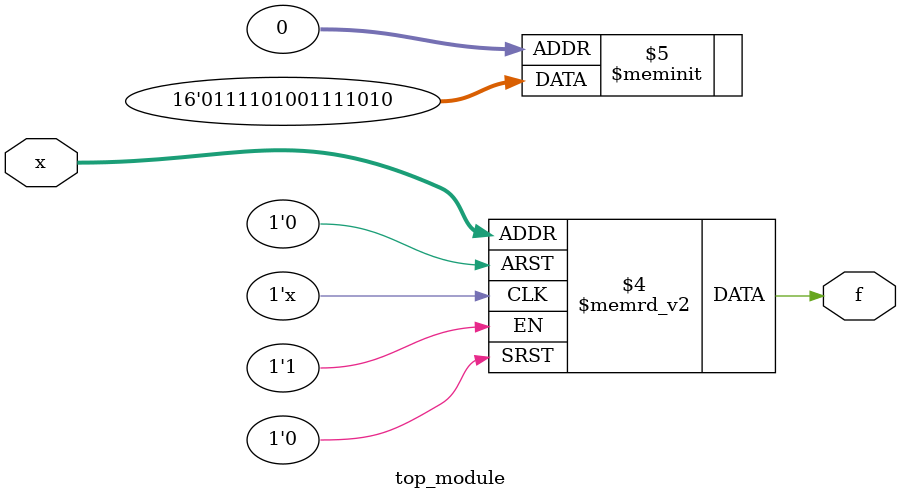
<source format=sv>
module top_module (
    input [4:1] x,
    output logic f
);

always_comb begin
    case (x)
        4'b0001, 4'b0101, 4'b1001, 4'b1101: f = 1'b1;
        4'b0011, 4'b1011: f = 1'b1;
        4'b0010, 4'b1010: f = 1'b0;
        4'b0100, 4'b0110, 4'b1100, 4'b1110: f = 1'b1;
        4'b1111: f = 1'b0;
        default: f = 1'b0; // Use don't-care as 0
    endcase
end

endmodule

</source>
